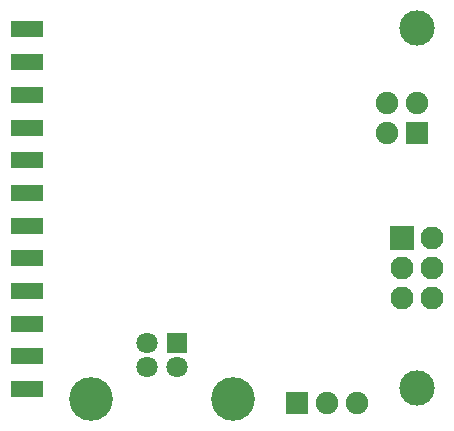
<source format=gbr>
G04 DipTrace 3.0.0.0*
G04 BottomMask.gbr*
%MOMM*%
G04 #@! TF.FileFunction,Soldermask,Bot*
G04 #@! TF.Part,Single*
%AMOUTLINE13*5,1,4,0,0,2.75772,-225.0*%
%AMOUTLINE16*5,1,4,0,0,2.68701,-135.0*%
%ADD31C,3.0*%
%ADD43R,1.9X1.9*%
%ADD45C,1.9*%
%ADD47C,1.95*%
%ADD49R,2.74X1.47*%
%ADD51C,3.7*%
%ADD53C,1.8*%
%ADD55R,1.8X1.8*%
%ADD75OUTLINE13*%
%ADD78OUTLINE16*%
%FSLAX35Y35*%
G04*
G71*
G90*
G75*
G01*
G04 BotMask*
%LPD*%
D55*
X2524000Y1889000D3*
D53*
X2274000D3*
Y1689000D3*
X2524000D3*
D51*
X1797000Y1418000D3*
X3001000D3*
D49*
X1254000Y4545860D3*
Y4269000D3*
Y3992140D3*
Y3715280D3*
Y3438420D3*
Y3161560D3*
Y2884700D3*
Y2607840D3*
Y2330980D3*
Y2054120D3*
Y1777260D3*
Y1500400D3*
D75*
X4429000Y2778000D3*
D47*
Y2524000D3*
Y2270000D3*
X4683000D3*
Y2524000D3*
Y2778000D3*
D78*
X4556000Y3667000D3*
D45*
X4302000D3*
X4556000Y3921000D3*
X4302000D3*
D43*
X3540000Y1381000D3*
D45*
X3794000D3*
X4048000D3*
D31*
X4556000Y4556000D3*
Y1508000D3*
M02*

</source>
